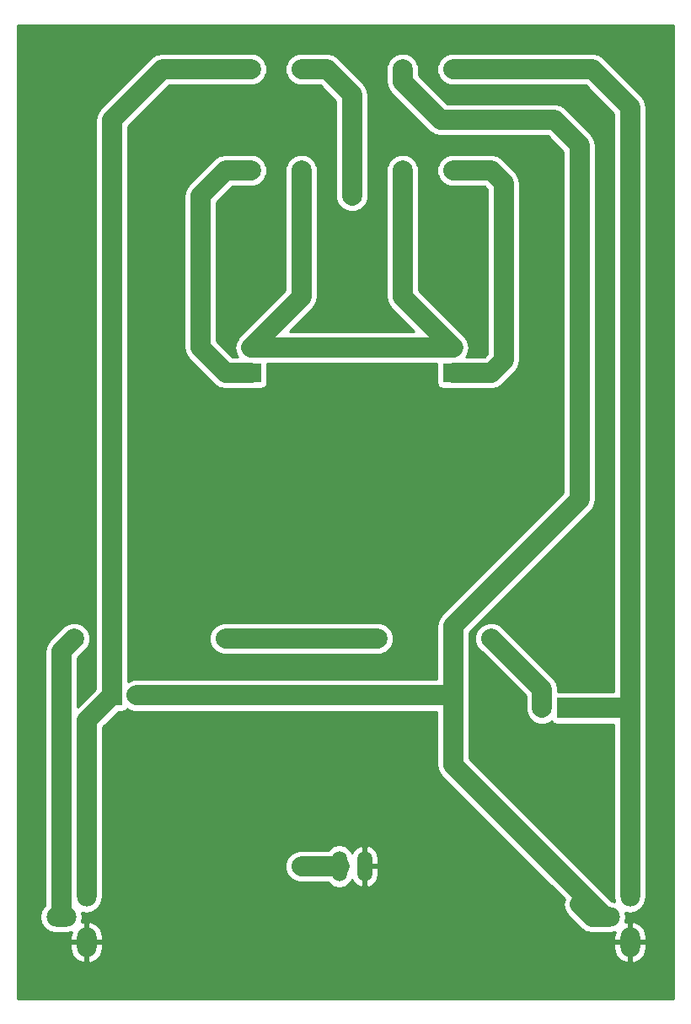
<source format=gbl>
G04 #@! TF.FileFunction,Copper,L2,Bot,Signal*
%FSLAX46Y46*%
G04 Gerber Fmt 4.6, Leading zero omitted, Abs format (unit mm)*
G04 Created by KiCad (PCBNEW 4.0.5-e0-6337~49~ubuntu16.04.1) date Wed Dec 28 20:02:50 2016*
%MOMM*%
%LPD*%
G01*
G04 APERTURE LIST*
%ADD10C,0.200000*%
%ADD11R,2.000000X1.900000*%
%ADD12C,1.900000*%
%ADD13C,1.998980*%
%ADD14O,2.999740X1.998980*%
%ADD15O,1.998980X2.999740*%
%ADD16R,2.000000X2.000000*%
%ADD17C,2.000000*%
%ADD18O,1.506220X3.014980*%
%ADD19C,2.000000*%
%ADD20C,0.254000*%
G04 APERTURE END LIST*
D10*
D11*
X25400000Y64770000D03*
D12*
X25400000Y67310000D03*
D11*
X45720000Y64770000D03*
D12*
X45720000Y67310000D03*
D13*
X25400000Y85090000D03*
X25400000Y95250000D03*
X30480000Y85090000D03*
X30480000Y95250000D03*
X40640000Y85090000D03*
X40640000Y95250000D03*
X45720000Y85090000D03*
X45720000Y95250000D03*
D14*
X6350000Y10160000D03*
D15*
X8890000Y7620000D03*
X8890000Y12700000D03*
D14*
X60960000Y10160000D03*
D15*
X63500000Y7620000D03*
X63500000Y12700000D03*
D16*
X57150000Y31115000D03*
D17*
X54650000Y31115000D03*
D16*
X11430000Y32385000D03*
D17*
X13930000Y32385000D03*
D18*
X34290000Y15240000D03*
X36830000Y15240000D03*
D17*
X38100000Y38100000D03*
X22860000Y38100000D03*
X7620000Y38100000D03*
X35560000Y82550000D03*
X49530000Y38100000D03*
X30480000Y15240000D03*
D19*
X8890000Y12700000D02*
X8890000Y29845000D01*
X8890000Y29845000D02*
X11430000Y32385000D01*
X11430000Y32385000D02*
X11430000Y90170000D01*
X11430000Y90170000D02*
X16510000Y95250000D01*
X16510000Y95250000D02*
X25400000Y95250000D01*
X13930000Y32385000D02*
X45720000Y32385000D01*
X45720000Y32385000D02*
X45720000Y33020000D01*
X40640000Y95250000D02*
X40640000Y93980000D01*
X45720000Y25400000D02*
X60960000Y10160000D01*
X45720000Y39370000D02*
X45720000Y33020000D01*
X45720000Y33020000D02*
X45720000Y25400000D01*
X58420000Y52070000D02*
X45720000Y39370000D01*
X58420000Y87630000D02*
X58420000Y52070000D01*
X55880000Y90170000D02*
X58420000Y87630000D01*
X44450000Y90170000D02*
X55880000Y90170000D01*
X40640000Y93980000D02*
X44450000Y90170000D01*
X60960000Y10160000D02*
X59690000Y10160000D01*
X59690000Y10160000D02*
X58420000Y11430000D01*
X57150000Y31115000D02*
X63500000Y31115000D01*
X63500000Y31115000D02*
X63500000Y30480000D01*
X63500000Y12700000D02*
X63500000Y30480000D01*
X63500000Y30480000D02*
X63500000Y91440000D01*
X59690000Y95250000D02*
X45720000Y95250000D01*
X63500000Y91440000D02*
X59690000Y95250000D01*
X6350000Y10160000D02*
X6350000Y36830000D01*
X22860000Y38100000D02*
X38100000Y38100000D01*
X6350000Y36830000D02*
X7620000Y38100000D01*
X54650000Y31115000D02*
X54650000Y32980000D01*
X33020000Y95250000D02*
X30480000Y95250000D01*
X35560000Y92710000D02*
X33020000Y95250000D01*
X35560000Y82550000D02*
X35560000Y92710000D01*
X54650000Y32980000D02*
X49530000Y38100000D01*
X25400000Y64770000D02*
X22860000Y64770000D01*
X22860000Y85090000D02*
X25400000Y85090000D01*
X20320000Y82550000D02*
X22860000Y85090000D01*
X20320000Y67310000D02*
X20320000Y82550000D01*
X22860000Y64770000D02*
X20320000Y67310000D01*
X45720000Y64770000D02*
X49530000Y64770000D01*
X49530000Y85090000D02*
X45720000Y85090000D01*
X50800000Y83820000D02*
X49530000Y85090000D01*
X50800000Y66040000D02*
X50800000Y83820000D01*
X49530000Y64770000D02*
X50800000Y66040000D01*
X34290000Y15240000D02*
X30480000Y15240000D01*
X30480000Y85090000D02*
X30480000Y72390000D01*
X30480000Y72390000D02*
X25400000Y67310000D01*
X25400000Y67310000D02*
X45720000Y67310000D01*
X45720000Y67310000D02*
X40640000Y72390000D01*
X40640000Y72390000D02*
X40640000Y85090000D01*
D20*
G36*
X67870000Y1980000D02*
X1980000Y1980000D01*
X1980000Y7493000D01*
X7255510Y7493000D01*
X7255510Y6992620D01*
X7428529Y6376795D01*
X7824044Y5874058D01*
X8381841Y5560947D01*
X8509646Y5530001D01*
X8763000Y5649355D01*
X8763000Y7493000D01*
X9017000Y7493000D01*
X9017000Y5649355D01*
X9270354Y5530001D01*
X9398159Y5560947D01*
X9955956Y5874058D01*
X10351471Y6376795D01*
X10524490Y6992620D01*
X10524490Y7493000D01*
X61865510Y7493000D01*
X61865510Y6992620D01*
X62038529Y6376795D01*
X62434044Y5874058D01*
X62991841Y5560947D01*
X63119646Y5530001D01*
X63373000Y5649355D01*
X63373000Y7493000D01*
X63627000Y7493000D01*
X63627000Y5649355D01*
X63880354Y5530001D01*
X64008159Y5560947D01*
X64565956Y5874058D01*
X64961471Y6376795D01*
X65134490Y6992620D01*
X65134490Y7493000D01*
X63627000Y7493000D01*
X63373000Y7493000D01*
X61865510Y7493000D01*
X10524490Y7493000D01*
X9017000Y7493000D01*
X8763000Y7493000D01*
X7255510Y7493000D01*
X1980000Y7493000D01*
X1980000Y10160000D01*
X4173305Y10160000D01*
X4297723Y9534508D01*
X4652036Y9004241D01*
X5182303Y8649928D01*
X5807795Y8525510D01*
X6347436Y8525510D01*
X6350000Y8525000D01*
X6352564Y8525510D01*
X6892205Y8525510D01*
X7359783Y8618517D01*
X7255510Y8247380D01*
X7255510Y7747000D01*
X8763000Y7747000D01*
X8763000Y9590645D01*
X9017000Y9590645D01*
X9017000Y7747000D01*
X10524490Y7747000D01*
X10524490Y8247380D01*
X10351471Y8863205D01*
X9955956Y9365942D01*
X9398159Y9679053D01*
X9270354Y9709999D01*
X9017000Y9590645D01*
X8763000Y9590645D01*
X8509646Y9709999D01*
X8433518Y9691566D01*
X8526695Y10160000D01*
X8436485Y10613515D01*
X8890000Y10523305D01*
X9515492Y10647723D01*
X10045759Y11002036D01*
X10400072Y11532303D01*
X10524490Y12157795D01*
X10524490Y12697436D01*
X10525000Y12700000D01*
X10525000Y14916205D01*
X28844716Y14916205D01*
X29093106Y14315057D01*
X29552637Y13854722D01*
X30153352Y13605284D01*
X30803795Y13604716D01*
X30804482Y13605000D01*
X33212978Y13605000D01*
X33308458Y13462104D01*
X33758793Y13161200D01*
X34290000Y13055536D01*
X34821207Y13161200D01*
X35271542Y13462104D01*
X35572446Y13912439D01*
X35573016Y13915306D01*
X35596154Y13837081D01*
X35938260Y13414276D01*
X36416125Y13154573D01*
X36488326Y13140217D01*
X36703000Y13262838D01*
X36703000Y15113000D01*
X36957000Y15113000D01*
X36957000Y13262838D01*
X37171674Y13140217D01*
X37243875Y13154573D01*
X37721740Y13414276D01*
X38063846Y13837081D01*
X38218110Y14358620D01*
X38218110Y15113000D01*
X36957000Y15113000D01*
X36703000Y15113000D01*
X36683000Y15113000D01*
X36683000Y15367000D01*
X36703000Y15367000D01*
X36703000Y17217162D01*
X36957000Y17217162D01*
X36957000Y15367000D01*
X38218110Y15367000D01*
X38218110Y16121380D01*
X38063846Y16642919D01*
X37721740Y17065724D01*
X37243875Y17325427D01*
X37171674Y17339783D01*
X36957000Y17217162D01*
X36703000Y17217162D01*
X36488326Y17339783D01*
X36416125Y17325427D01*
X35938260Y17065724D01*
X35596154Y16642919D01*
X35573016Y16564694D01*
X35572446Y16567561D01*
X35271542Y17017896D01*
X34821207Y17318800D01*
X34290000Y17424464D01*
X33758793Y17318800D01*
X33308458Y17017896D01*
X33212978Y16875000D01*
X30481426Y16875000D01*
X30156205Y16875284D01*
X29555057Y16626894D01*
X29094722Y16167363D01*
X28845284Y15566648D01*
X28844716Y14916205D01*
X10525000Y14916205D01*
X10525000Y29167760D01*
X12094799Y30737560D01*
X12430000Y30737560D01*
X12665317Y30781838D01*
X12881441Y30920910D01*
X12962656Y31039773D01*
X13002637Y30999722D01*
X13603352Y30750284D01*
X14253795Y30749716D01*
X14254482Y30750000D01*
X44085000Y30750000D01*
X44085000Y25400005D01*
X44084999Y25400000D01*
X44209457Y24774312D01*
X44563880Y24243880D01*
X56883345Y11924416D01*
X56784999Y11430000D01*
X56909457Y10804312D01*
X57263880Y10273880D01*
X58533878Y9003883D01*
X58533880Y9003880D01*
X58744416Y8863205D01*
X59064312Y8649457D01*
X59690000Y8525000D01*
X60959995Y8525000D01*
X60960000Y8524999D01*
X60962569Y8525510D01*
X61502205Y8525510D01*
X61969783Y8618517D01*
X61865510Y8247380D01*
X61865510Y7747000D01*
X63373000Y7747000D01*
X63373000Y9590645D01*
X63627000Y9590645D01*
X63627000Y7747000D01*
X65134490Y7747000D01*
X65134490Y8247380D01*
X64961471Y8863205D01*
X64565956Y9365942D01*
X64008159Y9679053D01*
X63880354Y9709999D01*
X63627000Y9590645D01*
X63373000Y9590645D01*
X63119646Y9709999D01*
X63043518Y9691566D01*
X63136695Y10160000D01*
X63046485Y10613515D01*
X63500000Y10523305D01*
X64125492Y10647723D01*
X64655759Y11002036D01*
X65010072Y11532303D01*
X65134490Y12157795D01*
X65134490Y12697436D01*
X65135000Y12700000D01*
X65135000Y91439995D01*
X65135001Y91440000D01*
X65010543Y92065687D01*
X64998098Y92084313D01*
X64656120Y92596120D01*
X64656117Y92596122D01*
X60846120Y96406120D01*
X60315688Y96760543D01*
X59690000Y96885001D01*
X59689995Y96885000D01*
X45720000Y96885000D01*
X45717454Y96884493D01*
X45396306Y96884774D01*
X45096880Y96761054D01*
X45094313Y96760543D01*
X45092156Y96759102D01*
X44795345Y96636462D01*
X44566060Y96407577D01*
X44563880Y96406120D01*
X44562436Y96403959D01*
X44335154Y96177073D01*
X44210912Y95877864D01*
X44209457Y95875687D01*
X44208951Y95873141D01*
X44085794Y95576547D01*
X44085511Y95252569D01*
X44085000Y95250000D01*
X44085507Y95247454D01*
X44085226Y94926306D01*
X44208946Y94626880D01*
X44209457Y94624313D01*
X44210898Y94622156D01*
X44333538Y94325345D01*
X44562423Y94096060D01*
X44563880Y94093880D01*
X44566041Y94092436D01*
X44792927Y93865154D01*
X45092136Y93740912D01*
X45094313Y93739457D01*
X45096859Y93738951D01*
X45393453Y93615794D01*
X45717431Y93615511D01*
X45720000Y93615000D01*
X59012760Y93615000D01*
X61865000Y90762761D01*
X61865000Y32750000D01*
X58211431Y32750000D01*
X58150000Y32762440D01*
X56285000Y32762440D01*
X56285000Y32980000D01*
X56160543Y33605687D01*
X55806120Y34136120D01*
X55806117Y34136122D01*
X50686557Y39255683D01*
X50457363Y39485278D01*
X49856648Y39734716D01*
X49206205Y39735284D01*
X48605057Y39486894D01*
X48144722Y39027363D01*
X47895284Y38426648D01*
X47894716Y37776205D01*
X48143106Y37175057D01*
X48602637Y36714722D01*
X48603323Y36714437D01*
X53015000Y32302761D01*
X53015000Y31116426D01*
X53014716Y30791205D01*
X53263106Y30190057D01*
X53722637Y29729722D01*
X54323352Y29480284D01*
X54973795Y29479716D01*
X55574943Y29728106D01*
X55617219Y29770308D01*
X55685910Y29663559D01*
X55898110Y29518569D01*
X56150000Y29467560D01*
X58150000Y29467560D01*
X58216113Y29480000D01*
X61865000Y29480000D01*
X61865000Y12700000D01*
X61865510Y12697436D01*
X61865510Y12157795D01*
X61955720Y11704280D01*
X61671405Y11760834D01*
X47355000Y26077240D01*
X47355000Y38692760D01*
X59576117Y50913878D01*
X59576120Y50913880D01*
X59788581Y51231851D01*
X59930543Y51444312D01*
X60055000Y52070000D01*
X60055000Y87630000D01*
X59930543Y88255687D01*
X59576120Y88786120D01*
X59576117Y88786122D01*
X57036120Y91326120D01*
X56505688Y91680543D01*
X55880000Y91805001D01*
X55879995Y91805000D01*
X45127239Y91805000D01*
X42275000Y94657240D01*
X42275000Y95250000D01*
X42274493Y95252546D01*
X42274774Y95573694D01*
X42151054Y95873120D01*
X42150543Y95875687D01*
X42149102Y95877844D01*
X42026462Y96174655D01*
X41797577Y96403940D01*
X41796120Y96406120D01*
X41793959Y96407564D01*
X41567073Y96634846D01*
X41267864Y96759088D01*
X41265687Y96760543D01*
X41263141Y96761049D01*
X40966547Y96884206D01*
X40642569Y96884489D01*
X40640000Y96885000D01*
X40637454Y96884493D01*
X40316306Y96884774D01*
X40016880Y96761054D01*
X40014313Y96760543D01*
X40012156Y96759102D01*
X39715345Y96636462D01*
X39486060Y96407577D01*
X39483880Y96406120D01*
X39482436Y96403959D01*
X39255154Y96177073D01*
X39130912Y95877864D01*
X39129457Y95875687D01*
X39128951Y95873141D01*
X39005794Y95576547D01*
X39005511Y95252569D01*
X39005000Y95250000D01*
X39005000Y93980005D01*
X39004999Y93980000D01*
X39129457Y93354312D01*
X39483880Y92823880D01*
X43293878Y89013883D01*
X43293880Y89013880D01*
X43634748Y88786120D01*
X43824313Y88659457D01*
X44450000Y88534999D01*
X44450005Y88535000D01*
X55202760Y88535000D01*
X56785000Y86952761D01*
X56785000Y52747239D01*
X44563880Y40526120D01*
X44209457Y39995688D01*
X44084999Y39370000D01*
X44085000Y39369995D01*
X44085000Y34020000D01*
X13931426Y34020000D01*
X13606205Y34020284D01*
X13065000Y33796662D01*
X13065000Y37776205D01*
X21224716Y37776205D01*
X21473106Y37175057D01*
X21932637Y36714722D01*
X22533352Y36465284D01*
X23183795Y36464716D01*
X23184482Y36465000D01*
X38098573Y36465000D01*
X38423795Y36464716D01*
X39024943Y36713106D01*
X39485278Y37172637D01*
X39734716Y37773352D01*
X39735284Y38423795D01*
X39486894Y39024943D01*
X39027363Y39485278D01*
X38426648Y39734716D01*
X37776205Y39735284D01*
X37775518Y39735000D01*
X22861426Y39735000D01*
X22536205Y39735284D01*
X21935057Y39486894D01*
X21474722Y39027363D01*
X21225284Y38426648D01*
X21224716Y37776205D01*
X13065000Y37776205D01*
X13065000Y82550000D01*
X18684999Y82550000D01*
X18685000Y82549995D01*
X18685000Y67310005D01*
X18684999Y67310000D01*
X18809457Y66684312D01*
X19163880Y66153880D01*
X21703878Y63613883D01*
X21703880Y63613880D01*
X22234313Y63259457D01*
X22860000Y63135000D01*
X25400000Y63135000D01*
X25588827Y63172560D01*
X26400000Y63172560D01*
X26635317Y63216838D01*
X26851441Y63355910D01*
X26996431Y63568110D01*
X27047440Y63820000D01*
X27047440Y65675000D01*
X44072560Y65675000D01*
X44072560Y63820000D01*
X44116838Y63584683D01*
X44255910Y63368559D01*
X44468110Y63223569D01*
X44720000Y63172560D01*
X45531173Y63172560D01*
X45720000Y63135000D01*
X49529995Y63135000D01*
X49530000Y63134999D01*
X50155688Y63259457D01*
X50686120Y63613880D01*
X51956117Y64883878D01*
X51956120Y64883880D01*
X52298098Y65395687D01*
X52310543Y65414312D01*
X52435000Y66040000D01*
X52435000Y83820000D01*
X52366307Y84165345D01*
X52310543Y84445688D01*
X52098219Y84763453D01*
X51956120Y84976120D01*
X51956117Y84976122D01*
X50686120Y86246120D01*
X50155688Y86600543D01*
X49530000Y86725001D01*
X49529995Y86725000D01*
X45720000Y86725000D01*
X45717454Y86724493D01*
X45396306Y86724774D01*
X45096880Y86601054D01*
X45094313Y86600543D01*
X45092156Y86599102D01*
X44795345Y86476462D01*
X44566060Y86247577D01*
X44563880Y86246120D01*
X44562436Y86243959D01*
X44335154Y86017073D01*
X44210912Y85717864D01*
X44209457Y85715687D01*
X44208951Y85713141D01*
X44085794Y85416547D01*
X44085511Y85092569D01*
X44085000Y85090000D01*
X44085507Y85087454D01*
X44085226Y84766306D01*
X44208946Y84466880D01*
X44209457Y84464313D01*
X44210898Y84462156D01*
X44333538Y84165345D01*
X44562423Y83936060D01*
X44563880Y83933880D01*
X44566041Y83932436D01*
X44792927Y83705154D01*
X45092136Y83580912D01*
X45094313Y83579457D01*
X45096859Y83578951D01*
X45393453Y83455794D01*
X45717431Y83455511D01*
X45720000Y83455000D01*
X48852760Y83455000D01*
X49165000Y83142761D01*
X49165000Y66717239D01*
X48852760Y66405000D01*
X47056907Y66405000D01*
X47062914Y66410997D01*
X47087529Y66470276D01*
X47230543Y66684312D01*
X47280325Y66934582D01*
X47304724Y66993341D01*
X47304780Y67057524D01*
X47355001Y67310000D01*
X47305219Y67560267D01*
X47305275Y67623893D01*
X47280763Y67683216D01*
X47230543Y67935688D01*
X47088777Y68147855D01*
X47064481Y68206657D01*
X47019136Y68252081D01*
X46876120Y68466120D01*
X42275000Y73067240D01*
X42275000Y85090000D01*
X42274493Y85092546D01*
X42274774Y85413694D01*
X42151054Y85713120D01*
X42150543Y85715687D01*
X42149102Y85717844D01*
X42026462Y86014655D01*
X41797577Y86243940D01*
X41796120Y86246120D01*
X41793959Y86247564D01*
X41567073Y86474846D01*
X41267864Y86599088D01*
X41265687Y86600543D01*
X41263141Y86601049D01*
X40966547Y86724206D01*
X40642569Y86724489D01*
X40640000Y86725000D01*
X40637454Y86724493D01*
X40316306Y86724774D01*
X40016880Y86601054D01*
X40014313Y86600543D01*
X40012156Y86599102D01*
X39715345Y86476462D01*
X39486060Y86247577D01*
X39483880Y86246120D01*
X39482436Y86243959D01*
X39255154Y86017073D01*
X39130912Y85717864D01*
X39129457Y85715687D01*
X39128951Y85713141D01*
X39005794Y85416547D01*
X39005511Y85092569D01*
X39005000Y85090000D01*
X39005000Y72390005D01*
X39004999Y72390000D01*
X39129457Y71764312D01*
X39483880Y71233880D01*
X41772760Y68945000D01*
X29347240Y68945000D01*
X31636120Y71233880D01*
X31990543Y71764312D01*
X32115001Y72390000D01*
X32115000Y72390005D01*
X32115000Y85090000D01*
X32114493Y85092546D01*
X32114774Y85413694D01*
X31991054Y85713120D01*
X31990543Y85715687D01*
X31989102Y85717844D01*
X31866462Y86014655D01*
X31637577Y86243940D01*
X31636120Y86246120D01*
X31633959Y86247564D01*
X31407073Y86474846D01*
X31107864Y86599088D01*
X31105687Y86600543D01*
X31103141Y86601049D01*
X30806547Y86724206D01*
X30482569Y86724489D01*
X30480000Y86725000D01*
X30477454Y86724493D01*
X30156306Y86724774D01*
X29856880Y86601054D01*
X29854313Y86600543D01*
X29852156Y86599102D01*
X29555345Y86476462D01*
X29326060Y86247577D01*
X29323880Y86246120D01*
X29322436Y86243959D01*
X29095154Y86017073D01*
X28970912Y85717864D01*
X28969457Y85715687D01*
X28968951Y85713141D01*
X28845794Y85416547D01*
X28845511Y85092569D01*
X28845000Y85090000D01*
X28845000Y73067240D01*
X24243880Y68466120D01*
X24102115Y68253953D01*
X24057086Y68209003D01*
X24032471Y68149724D01*
X23889457Y67935688D01*
X23839675Y67685418D01*
X23815276Y67626659D01*
X23815220Y67562476D01*
X23764999Y67310000D01*
X23814781Y67059733D01*
X23814725Y66996107D01*
X23839237Y66936784D01*
X23889457Y66684312D01*
X24031223Y66472145D01*
X24055519Y66413343D01*
X24063847Y66405000D01*
X23537239Y66405000D01*
X21955000Y67987240D01*
X21955000Y81872760D01*
X23537239Y83455000D01*
X25400000Y83455000D01*
X25402546Y83455507D01*
X25723694Y83455226D01*
X26023120Y83578946D01*
X26025687Y83579457D01*
X26027844Y83580898D01*
X26324655Y83703538D01*
X26553940Y83932423D01*
X26556120Y83933880D01*
X26557564Y83936041D01*
X26784846Y84162927D01*
X26909088Y84462136D01*
X26910543Y84464313D01*
X26911049Y84466859D01*
X27034206Y84763453D01*
X27034489Y85087431D01*
X27035000Y85090000D01*
X27034493Y85092546D01*
X27034774Y85413694D01*
X26911054Y85713120D01*
X26910543Y85715687D01*
X26909102Y85717844D01*
X26786462Y86014655D01*
X26557577Y86243940D01*
X26556120Y86246120D01*
X26553959Y86247564D01*
X26327073Y86474846D01*
X26027864Y86599088D01*
X26025687Y86600543D01*
X26023141Y86601049D01*
X25726547Y86724206D01*
X25402569Y86724489D01*
X25400000Y86725000D01*
X22860000Y86725000D01*
X22234313Y86600543D01*
X21703880Y86246120D01*
X21703878Y86246117D01*
X19163880Y83706120D01*
X18809457Y83175688D01*
X18684999Y82550000D01*
X13065000Y82550000D01*
X13065000Y89492760D01*
X17187240Y93615000D01*
X25400000Y93615000D01*
X25402546Y93615507D01*
X25723694Y93615226D01*
X26023120Y93738946D01*
X26025687Y93739457D01*
X26027844Y93740898D01*
X26324655Y93863538D01*
X26553940Y94092423D01*
X26556120Y94093880D01*
X26557564Y94096041D01*
X26784846Y94322927D01*
X26909088Y94622136D01*
X26910543Y94624313D01*
X26911049Y94626859D01*
X27034206Y94923453D01*
X27034489Y95247431D01*
X27035000Y95250000D01*
X28845000Y95250000D01*
X28845507Y95247454D01*
X28845226Y94926306D01*
X28968946Y94626880D01*
X28969457Y94624313D01*
X28970898Y94622156D01*
X29093538Y94325345D01*
X29322423Y94096060D01*
X29323880Y94093880D01*
X29326041Y94092436D01*
X29552927Y93865154D01*
X29852136Y93740912D01*
X29854313Y93739457D01*
X29856859Y93738951D01*
X30153453Y93615794D01*
X30477431Y93615511D01*
X30480000Y93615000D01*
X32342760Y93615000D01*
X33925000Y92032761D01*
X33925000Y82551426D01*
X33924716Y82226205D01*
X34173106Y81625057D01*
X34632637Y81164722D01*
X35233352Y80915284D01*
X35883795Y80914716D01*
X36484943Y81163106D01*
X36945278Y81622637D01*
X37194716Y82223352D01*
X37195284Y82873795D01*
X37195000Y82874482D01*
X37195000Y92710000D01*
X37070543Y93335687D01*
X36716120Y93866120D01*
X36716117Y93866122D01*
X34176120Y96406120D01*
X33645688Y96760543D01*
X33020000Y96885001D01*
X33019995Y96885000D01*
X30480000Y96885000D01*
X30477454Y96884493D01*
X30156306Y96884774D01*
X29856880Y96761054D01*
X29854313Y96760543D01*
X29852156Y96759102D01*
X29555345Y96636462D01*
X29326060Y96407577D01*
X29323880Y96406120D01*
X29322436Y96403959D01*
X29095154Y96177073D01*
X28970912Y95877864D01*
X28969457Y95875687D01*
X28968951Y95873141D01*
X28845794Y95576547D01*
X28845511Y95252569D01*
X28845000Y95250000D01*
X27035000Y95250000D01*
X27034493Y95252546D01*
X27034774Y95573694D01*
X26911054Y95873120D01*
X26910543Y95875687D01*
X26909102Y95877844D01*
X26786462Y96174655D01*
X26557577Y96403940D01*
X26556120Y96406120D01*
X26553959Y96407564D01*
X26327073Y96634846D01*
X26027864Y96759088D01*
X26025687Y96760543D01*
X26023141Y96761049D01*
X25726547Y96884206D01*
X25402569Y96884489D01*
X25400000Y96885000D01*
X16510005Y96885000D01*
X16510000Y96885001D01*
X15884312Y96760543D01*
X15353880Y96406120D01*
X10273880Y91326120D01*
X9919457Y90795688D01*
X9794999Y90170000D01*
X9795000Y90169995D01*
X9795000Y33446431D01*
X9782560Y33385000D01*
X9782560Y33049799D01*
X7985000Y31252240D01*
X7985000Y36152760D01*
X8775111Y36942872D01*
X9005278Y37172637D01*
X9254716Y37773352D01*
X9255284Y38423795D01*
X9006894Y39024943D01*
X8547363Y39485278D01*
X7946648Y39734716D01*
X7296205Y39735284D01*
X6695057Y39486894D01*
X6234722Y39027363D01*
X6234437Y39026676D01*
X5193880Y37986120D01*
X4839457Y37455688D01*
X4714999Y36830000D01*
X4715000Y36829995D01*
X4715000Y11357830D01*
X4652036Y11315759D01*
X4297723Y10785492D01*
X4173305Y10160000D01*
X1980000Y10160000D01*
X1980000Y99620000D01*
X67870000Y99620000D01*
X67870000Y1980000D01*
X67870000Y1980000D01*
G37*
X67870000Y1980000D02*
X1980000Y1980000D01*
X1980000Y7493000D01*
X7255510Y7493000D01*
X7255510Y6992620D01*
X7428529Y6376795D01*
X7824044Y5874058D01*
X8381841Y5560947D01*
X8509646Y5530001D01*
X8763000Y5649355D01*
X8763000Y7493000D01*
X9017000Y7493000D01*
X9017000Y5649355D01*
X9270354Y5530001D01*
X9398159Y5560947D01*
X9955956Y5874058D01*
X10351471Y6376795D01*
X10524490Y6992620D01*
X10524490Y7493000D01*
X61865510Y7493000D01*
X61865510Y6992620D01*
X62038529Y6376795D01*
X62434044Y5874058D01*
X62991841Y5560947D01*
X63119646Y5530001D01*
X63373000Y5649355D01*
X63373000Y7493000D01*
X63627000Y7493000D01*
X63627000Y5649355D01*
X63880354Y5530001D01*
X64008159Y5560947D01*
X64565956Y5874058D01*
X64961471Y6376795D01*
X65134490Y6992620D01*
X65134490Y7493000D01*
X63627000Y7493000D01*
X63373000Y7493000D01*
X61865510Y7493000D01*
X10524490Y7493000D01*
X9017000Y7493000D01*
X8763000Y7493000D01*
X7255510Y7493000D01*
X1980000Y7493000D01*
X1980000Y10160000D01*
X4173305Y10160000D01*
X4297723Y9534508D01*
X4652036Y9004241D01*
X5182303Y8649928D01*
X5807795Y8525510D01*
X6347436Y8525510D01*
X6350000Y8525000D01*
X6352564Y8525510D01*
X6892205Y8525510D01*
X7359783Y8618517D01*
X7255510Y8247380D01*
X7255510Y7747000D01*
X8763000Y7747000D01*
X8763000Y9590645D01*
X9017000Y9590645D01*
X9017000Y7747000D01*
X10524490Y7747000D01*
X10524490Y8247380D01*
X10351471Y8863205D01*
X9955956Y9365942D01*
X9398159Y9679053D01*
X9270354Y9709999D01*
X9017000Y9590645D01*
X8763000Y9590645D01*
X8509646Y9709999D01*
X8433518Y9691566D01*
X8526695Y10160000D01*
X8436485Y10613515D01*
X8890000Y10523305D01*
X9515492Y10647723D01*
X10045759Y11002036D01*
X10400072Y11532303D01*
X10524490Y12157795D01*
X10524490Y12697436D01*
X10525000Y12700000D01*
X10525000Y14916205D01*
X28844716Y14916205D01*
X29093106Y14315057D01*
X29552637Y13854722D01*
X30153352Y13605284D01*
X30803795Y13604716D01*
X30804482Y13605000D01*
X33212978Y13605000D01*
X33308458Y13462104D01*
X33758793Y13161200D01*
X34290000Y13055536D01*
X34821207Y13161200D01*
X35271542Y13462104D01*
X35572446Y13912439D01*
X35573016Y13915306D01*
X35596154Y13837081D01*
X35938260Y13414276D01*
X36416125Y13154573D01*
X36488326Y13140217D01*
X36703000Y13262838D01*
X36703000Y15113000D01*
X36957000Y15113000D01*
X36957000Y13262838D01*
X37171674Y13140217D01*
X37243875Y13154573D01*
X37721740Y13414276D01*
X38063846Y13837081D01*
X38218110Y14358620D01*
X38218110Y15113000D01*
X36957000Y15113000D01*
X36703000Y15113000D01*
X36683000Y15113000D01*
X36683000Y15367000D01*
X36703000Y15367000D01*
X36703000Y17217162D01*
X36957000Y17217162D01*
X36957000Y15367000D01*
X38218110Y15367000D01*
X38218110Y16121380D01*
X38063846Y16642919D01*
X37721740Y17065724D01*
X37243875Y17325427D01*
X37171674Y17339783D01*
X36957000Y17217162D01*
X36703000Y17217162D01*
X36488326Y17339783D01*
X36416125Y17325427D01*
X35938260Y17065724D01*
X35596154Y16642919D01*
X35573016Y16564694D01*
X35572446Y16567561D01*
X35271542Y17017896D01*
X34821207Y17318800D01*
X34290000Y17424464D01*
X33758793Y17318800D01*
X33308458Y17017896D01*
X33212978Y16875000D01*
X30481426Y16875000D01*
X30156205Y16875284D01*
X29555057Y16626894D01*
X29094722Y16167363D01*
X28845284Y15566648D01*
X28844716Y14916205D01*
X10525000Y14916205D01*
X10525000Y29167760D01*
X12094799Y30737560D01*
X12430000Y30737560D01*
X12665317Y30781838D01*
X12881441Y30920910D01*
X12962656Y31039773D01*
X13002637Y30999722D01*
X13603352Y30750284D01*
X14253795Y30749716D01*
X14254482Y30750000D01*
X44085000Y30750000D01*
X44085000Y25400005D01*
X44084999Y25400000D01*
X44209457Y24774312D01*
X44563880Y24243880D01*
X56883345Y11924416D01*
X56784999Y11430000D01*
X56909457Y10804312D01*
X57263880Y10273880D01*
X58533878Y9003883D01*
X58533880Y9003880D01*
X58744416Y8863205D01*
X59064312Y8649457D01*
X59690000Y8525000D01*
X60959995Y8525000D01*
X60960000Y8524999D01*
X60962569Y8525510D01*
X61502205Y8525510D01*
X61969783Y8618517D01*
X61865510Y8247380D01*
X61865510Y7747000D01*
X63373000Y7747000D01*
X63373000Y9590645D01*
X63627000Y9590645D01*
X63627000Y7747000D01*
X65134490Y7747000D01*
X65134490Y8247380D01*
X64961471Y8863205D01*
X64565956Y9365942D01*
X64008159Y9679053D01*
X63880354Y9709999D01*
X63627000Y9590645D01*
X63373000Y9590645D01*
X63119646Y9709999D01*
X63043518Y9691566D01*
X63136695Y10160000D01*
X63046485Y10613515D01*
X63500000Y10523305D01*
X64125492Y10647723D01*
X64655759Y11002036D01*
X65010072Y11532303D01*
X65134490Y12157795D01*
X65134490Y12697436D01*
X65135000Y12700000D01*
X65135000Y91439995D01*
X65135001Y91440000D01*
X65010543Y92065687D01*
X64998098Y92084313D01*
X64656120Y92596120D01*
X64656117Y92596122D01*
X60846120Y96406120D01*
X60315688Y96760543D01*
X59690000Y96885001D01*
X59689995Y96885000D01*
X45720000Y96885000D01*
X45717454Y96884493D01*
X45396306Y96884774D01*
X45096880Y96761054D01*
X45094313Y96760543D01*
X45092156Y96759102D01*
X44795345Y96636462D01*
X44566060Y96407577D01*
X44563880Y96406120D01*
X44562436Y96403959D01*
X44335154Y96177073D01*
X44210912Y95877864D01*
X44209457Y95875687D01*
X44208951Y95873141D01*
X44085794Y95576547D01*
X44085511Y95252569D01*
X44085000Y95250000D01*
X44085507Y95247454D01*
X44085226Y94926306D01*
X44208946Y94626880D01*
X44209457Y94624313D01*
X44210898Y94622156D01*
X44333538Y94325345D01*
X44562423Y94096060D01*
X44563880Y94093880D01*
X44566041Y94092436D01*
X44792927Y93865154D01*
X45092136Y93740912D01*
X45094313Y93739457D01*
X45096859Y93738951D01*
X45393453Y93615794D01*
X45717431Y93615511D01*
X45720000Y93615000D01*
X59012760Y93615000D01*
X61865000Y90762761D01*
X61865000Y32750000D01*
X58211431Y32750000D01*
X58150000Y32762440D01*
X56285000Y32762440D01*
X56285000Y32980000D01*
X56160543Y33605687D01*
X55806120Y34136120D01*
X55806117Y34136122D01*
X50686557Y39255683D01*
X50457363Y39485278D01*
X49856648Y39734716D01*
X49206205Y39735284D01*
X48605057Y39486894D01*
X48144722Y39027363D01*
X47895284Y38426648D01*
X47894716Y37776205D01*
X48143106Y37175057D01*
X48602637Y36714722D01*
X48603323Y36714437D01*
X53015000Y32302761D01*
X53015000Y31116426D01*
X53014716Y30791205D01*
X53263106Y30190057D01*
X53722637Y29729722D01*
X54323352Y29480284D01*
X54973795Y29479716D01*
X55574943Y29728106D01*
X55617219Y29770308D01*
X55685910Y29663559D01*
X55898110Y29518569D01*
X56150000Y29467560D01*
X58150000Y29467560D01*
X58216113Y29480000D01*
X61865000Y29480000D01*
X61865000Y12700000D01*
X61865510Y12697436D01*
X61865510Y12157795D01*
X61955720Y11704280D01*
X61671405Y11760834D01*
X47355000Y26077240D01*
X47355000Y38692760D01*
X59576117Y50913878D01*
X59576120Y50913880D01*
X59788581Y51231851D01*
X59930543Y51444312D01*
X60055000Y52070000D01*
X60055000Y87630000D01*
X59930543Y88255687D01*
X59576120Y88786120D01*
X59576117Y88786122D01*
X57036120Y91326120D01*
X56505688Y91680543D01*
X55880000Y91805001D01*
X55879995Y91805000D01*
X45127239Y91805000D01*
X42275000Y94657240D01*
X42275000Y95250000D01*
X42274493Y95252546D01*
X42274774Y95573694D01*
X42151054Y95873120D01*
X42150543Y95875687D01*
X42149102Y95877844D01*
X42026462Y96174655D01*
X41797577Y96403940D01*
X41796120Y96406120D01*
X41793959Y96407564D01*
X41567073Y96634846D01*
X41267864Y96759088D01*
X41265687Y96760543D01*
X41263141Y96761049D01*
X40966547Y96884206D01*
X40642569Y96884489D01*
X40640000Y96885000D01*
X40637454Y96884493D01*
X40316306Y96884774D01*
X40016880Y96761054D01*
X40014313Y96760543D01*
X40012156Y96759102D01*
X39715345Y96636462D01*
X39486060Y96407577D01*
X39483880Y96406120D01*
X39482436Y96403959D01*
X39255154Y96177073D01*
X39130912Y95877864D01*
X39129457Y95875687D01*
X39128951Y95873141D01*
X39005794Y95576547D01*
X39005511Y95252569D01*
X39005000Y95250000D01*
X39005000Y93980005D01*
X39004999Y93980000D01*
X39129457Y93354312D01*
X39483880Y92823880D01*
X43293878Y89013883D01*
X43293880Y89013880D01*
X43634748Y88786120D01*
X43824313Y88659457D01*
X44450000Y88534999D01*
X44450005Y88535000D01*
X55202760Y88535000D01*
X56785000Y86952761D01*
X56785000Y52747239D01*
X44563880Y40526120D01*
X44209457Y39995688D01*
X44084999Y39370000D01*
X44085000Y39369995D01*
X44085000Y34020000D01*
X13931426Y34020000D01*
X13606205Y34020284D01*
X13065000Y33796662D01*
X13065000Y37776205D01*
X21224716Y37776205D01*
X21473106Y37175057D01*
X21932637Y36714722D01*
X22533352Y36465284D01*
X23183795Y36464716D01*
X23184482Y36465000D01*
X38098573Y36465000D01*
X38423795Y36464716D01*
X39024943Y36713106D01*
X39485278Y37172637D01*
X39734716Y37773352D01*
X39735284Y38423795D01*
X39486894Y39024943D01*
X39027363Y39485278D01*
X38426648Y39734716D01*
X37776205Y39735284D01*
X37775518Y39735000D01*
X22861426Y39735000D01*
X22536205Y39735284D01*
X21935057Y39486894D01*
X21474722Y39027363D01*
X21225284Y38426648D01*
X21224716Y37776205D01*
X13065000Y37776205D01*
X13065000Y82550000D01*
X18684999Y82550000D01*
X18685000Y82549995D01*
X18685000Y67310005D01*
X18684999Y67310000D01*
X18809457Y66684312D01*
X19163880Y66153880D01*
X21703878Y63613883D01*
X21703880Y63613880D01*
X22234313Y63259457D01*
X22860000Y63135000D01*
X25400000Y63135000D01*
X25588827Y63172560D01*
X26400000Y63172560D01*
X26635317Y63216838D01*
X26851441Y63355910D01*
X26996431Y63568110D01*
X27047440Y63820000D01*
X27047440Y65675000D01*
X44072560Y65675000D01*
X44072560Y63820000D01*
X44116838Y63584683D01*
X44255910Y63368559D01*
X44468110Y63223569D01*
X44720000Y63172560D01*
X45531173Y63172560D01*
X45720000Y63135000D01*
X49529995Y63135000D01*
X49530000Y63134999D01*
X50155688Y63259457D01*
X50686120Y63613880D01*
X51956117Y64883878D01*
X51956120Y64883880D01*
X52298098Y65395687D01*
X52310543Y65414312D01*
X52435000Y66040000D01*
X52435000Y83820000D01*
X52366307Y84165345D01*
X52310543Y84445688D01*
X52098219Y84763453D01*
X51956120Y84976120D01*
X51956117Y84976122D01*
X50686120Y86246120D01*
X50155688Y86600543D01*
X49530000Y86725001D01*
X49529995Y86725000D01*
X45720000Y86725000D01*
X45717454Y86724493D01*
X45396306Y86724774D01*
X45096880Y86601054D01*
X45094313Y86600543D01*
X45092156Y86599102D01*
X44795345Y86476462D01*
X44566060Y86247577D01*
X44563880Y86246120D01*
X44562436Y86243959D01*
X44335154Y86017073D01*
X44210912Y85717864D01*
X44209457Y85715687D01*
X44208951Y85713141D01*
X44085794Y85416547D01*
X44085511Y85092569D01*
X44085000Y85090000D01*
X44085507Y85087454D01*
X44085226Y84766306D01*
X44208946Y84466880D01*
X44209457Y84464313D01*
X44210898Y84462156D01*
X44333538Y84165345D01*
X44562423Y83936060D01*
X44563880Y83933880D01*
X44566041Y83932436D01*
X44792927Y83705154D01*
X45092136Y83580912D01*
X45094313Y83579457D01*
X45096859Y83578951D01*
X45393453Y83455794D01*
X45717431Y83455511D01*
X45720000Y83455000D01*
X48852760Y83455000D01*
X49165000Y83142761D01*
X49165000Y66717239D01*
X48852760Y66405000D01*
X47056907Y66405000D01*
X47062914Y66410997D01*
X47087529Y66470276D01*
X47230543Y66684312D01*
X47280325Y66934582D01*
X47304724Y66993341D01*
X47304780Y67057524D01*
X47355001Y67310000D01*
X47305219Y67560267D01*
X47305275Y67623893D01*
X47280763Y67683216D01*
X47230543Y67935688D01*
X47088777Y68147855D01*
X47064481Y68206657D01*
X47019136Y68252081D01*
X46876120Y68466120D01*
X42275000Y73067240D01*
X42275000Y85090000D01*
X42274493Y85092546D01*
X42274774Y85413694D01*
X42151054Y85713120D01*
X42150543Y85715687D01*
X42149102Y85717844D01*
X42026462Y86014655D01*
X41797577Y86243940D01*
X41796120Y86246120D01*
X41793959Y86247564D01*
X41567073Y86474846D01*
X41267864Y86599088D01*
X41265687Y86600543D01*
X41263141Y86601049D01*
X40966547Y86724206D01*
X40642569Y86724489D01*
X40640000Y86725000D01*
X40637454Y86724493D01*
X40316306Y86724774D01*
X40016880Y86601054D01*
X40014313Y86600543D01*
X40012156Y86599102D01*
X39715345Y86476462D01*
X39486060Y86247577D01*
X39483880Y86246120D01*
X39482436Y86243959D01*
X39255154Y86017073D01*
X39130912Y85717864D01*
X39129457Y85715687D01*
X39128951Y85713141D01*
X39005794Y85416547D01*
X39005511Y85092569D01*
X39005000Y85090000D01*
X39005000Y72390005D01*
X39004999Y72390000D01*
X39129457Y71764312D01*
X39483880Y71233880D01*
X41772760Y68945000D01*
X29347240Y68945000D01*
X31636120Y71233880D01*
X31990543Y71764312D01*
X32115001Y72390000D01*
X32115000Y72390005D01*
X32115000Y85090000D01*
X32114493Y85092546D01*
X32114774Y85413694D01*
X31991054Y85713120D01*
X31990543Y85715687D01*
X31989102Y85717844D01*
X31866462Y86014655D01*
X31637577Y86243940D01*
X31636120Y86246120D01*
X31633959Y86247564D01*
X31407073Y86474846D01*
X31107864Y86599088D01*
X31105687Y86600543D01*
X31103141Y86601049D01*
X30806547Y86724206D01*
X30482569Y86724489D01*
X30480000Y86725000D01*
X30477454Y86724493D01*
X30156306Y86724774D01*
X29856880Y86601054D01*
X29854313Y86600543D01*
X29852156Y86599102D01*
X29555345Y86476462D01*
X29326060Y86247577D01*
X29323880Y86246120D01*
X29322436Y86243959D01*
X29095154Y86017073D01*
X28970912Y85717864D01*
X28969457Y85715687D01*
X28968951Y85713141D01*
X28845794Y85416547D01*
X28845511Y85092569D01*
X28845000Y85090000D01*
X28845000Y73067240D01*
X24243880Y68466120D01*
X24102115Y68253953D01*
X24057086Y68209003D01*
X24032471Y68149724D01*
X23889457Y67935688D01*
X23839675Y67685418D01*
X23815276Y67626659D01*
X23815220Y67562476D01*
X23764999Y67310000D01*
X23814781Y67059733D01*
X23814725Y66996107D01*
X23839237Y66936784D01*
X23889457Y66684312D01*
X24031223Y66472145D01*
X24055519Y66413343D01*
X24063847Y66405000D01*
X23537239Y66405000D01*
X21955000Y67987240D01*
X21955000Y81872760D01*
X23537239Y83455000D01*
X25400000Y83455000D01*
X25402546Y83455507D01*
X25723694Y83455226D01*
X26023120Y83578946D01*
X26025687Y83579457D01*
X26027844Y83580898D01*
X26324655Y83703538D01*
X26553940Y83932423D01*
X26556120Y83933880D01*
X26557564Y83936041D01*
X26784846Y84162927D01*
X26909088Y84462136D01*
X26910543Y84464313D01*
X26911049Y84466859D01*
X27034206Y84763453D01*
X27034489Y85087431D01*
X27035000Y85090000D01*
X27034493Y85092546D01*
X27034774Y85413694D01*
X26911054Y85713120D01*
X26910543Y85715687D01*
X26909102Y85717844D01*
X26786462Y86014655D01*
X26557577Y86243940D01*
X26556120Y86246120D01*
X26553959Y86247564D01*
X26327073Y86474846D01*
X26027864Y86599088D01*
X26025687Y86600543D01*
X26023141Y86601049D01*
X25726547Y86724206D01*
X25402569Y86724489D01*
X25400000Y86725000D01*
X22860000Y86725000D01*
X22234313Y86600543D01*
X21703880Y86246120D01*
X21703878Y86246117D01*
X19163880Y83706120D01*
X18809457Y83175688D01*
X18684999Y82550000D01*
X13065000Y82550000D01*
X13065000Y89492760D01*
X17187240Y93615000D01*
X25400000Y93615000D01*
X25402546Y93615507D01*
X25723694Y93615226D01*
X26023120Y93738946D01*
X26025687Y93739457D01*
X26027844Y93740898D01*
X26324655Y93863538D01*
X26553940Y94092423D01*
X26556120Y94093880D01*
X26557564Y94096041D01*
X26784846Y94322927D01*
X26909088Y94622136D01*
X26910543Y94624313D01*
X26911049Y94626859D01*
X27034206Y94923453D01*
X27034489Y95247431D01*
X27035000Y95250000D01*
X28845000Y95250000D01*
X28845507Y95247454D01*
X28845226Y94926306D01*
X28968946Y94626880D01*
X28969457Y94624313D01*
X28970898Y94622156D01*
X29093538Y94325345D01*
X29322423Y94096060D01*
X29323880Y94093880D01*
X29326041Y94092436D01*
X29552927Y93865154D01*
X29852136Y93740912D01*
X29854313Y93739457D01*
X29856859Y93738951D01*
X30153453Y93615794D01*
X30477431Y93615511D01*
X30480000Y93615000D01*
X32342760Y93615000D01*
X33925000Y92032761D01*
X33925000Y82551426D01*
X33924716Y82226205D01*
X34173106Y81625057D01*
X34632637Y81164722D01*
X35233352Y80915284D01*
X35883795Y80914716D01*
X36484943Y81163106D01*
X36945278Y81622637D01*
X37194716Y82223352D01*
X37195284Y82873795D01*
X37195000Y82874482D01*
X37195000Y92710000D01*
X37070543Y93335687D01*
X36716120Y93866120D01*
X36716117Y93866122D01*
X34176120Y96406120D01*
X33645688Y96760543D01*
X33020000Y96885001D01*
X33019995Y96885000D01*
X30480000Y96885000D01*
X30477454Y96884493D01*
X30156306Y96884774D01*
X29856880Y96761054D01*
X29854313Y96760543D01*
X29852156Y96759102D01*
X29555345Y96636462D01*
X29326060Y96407577D01*
X29323880Y96406120D01*
X29322436Y96403959D01*
X29095154Y96177073D01*
X28970912Y95877864D01*
X28969457Y95875687D01*
X28968951Y95873141D01*
X28845794Y95576547D01*
X28845511Y95252569D01*
X28845000Y95250000D01*
X27035000Y95250000D01*
X27034493Y95252546D01*
X27034774Y95573694D01*
X26911054Y95873120D01*
X26910543Y95875687D01*
X26909102Y95877844D01*
X26786462Y96174655D01*
X26557577Y96403940D01*
X26556120Y96406120D01*
X26553959Y96407564D01*
X26327073Y96634846D01*
X26027864Y96759088D01*
X26025687Y96760543D01*
X26023141Y96761049D01*
X25726547Y96884206D01*
X25402569Y96884489D01*
X25400000Y96885000D01*
X16510005Y96885000D01*
X16510000Y96885001D01*
X15884312Y96760543D01*
X15353880Y96406120D01*
X10273880Y91326120D01*
X9919457Y90795688D01*
X9794999Y90170000D01*
X9795000Y90169995D01*
X9795000Y33446431D01*
X9782560Y33385000D01*
X9782560Y33049799D01*
X7985000Y31252240D01*
X7985000Y36152760D01*
X8775111Y36942872D01*
X9005278Y37172637D01*
X9254716Y37773352D01*
X9255284Y38423795D01*
X9006894Y39024943D01*
X8547363Y39485278D01*
X7946648Y39734716D01*
X7296205Y39735284D01*
X6695057Y39486894D01*
X6234722Y39027363D01*
X6234437Y39026676D01*
X5193880Y37986120D01*
X4839457Y37455688D01*
X4714999Y36830000D01*
X4715000Y36829995D01*
X4715000Y11357830D01*
X4652036Y11315759D01*
X4297723Y10785492D01*
X4173305Y10160000D01*
X1980000Y10160000D01*
X1980000Y99620000D01*
X67870000Y99620000D01*
X67870000Y1980000D01*
M02*

</source>
